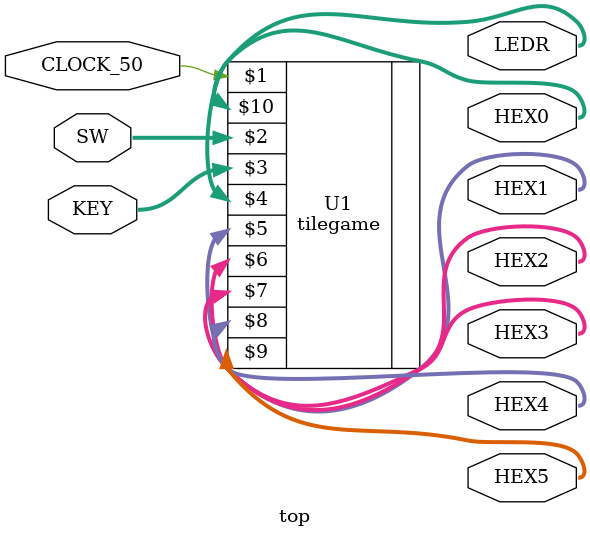
<source format=v>

module top (CLOCK_50, SW, KEY, HEX0, HEX1, HEX2, HEX3, HEX4, HEX5, LEDR);

    input CLOCK_50;             // DE-series 50 MHz clock signal
    input wire [9:0] SW;        // DE-series switches
    input wire [3:0] KEY;       // DE-series pushbuttons

    output wire [6:0] HEX0;     // DE-series HEX displays
    output wire [6:0] HEX1;
    output wire [6:0] HEX2;
    output wire [6:0] HEX3;
    output wire [6:0] HEX4;
    output wire [6:0] HEX5;

    output wire [9:0] LEDR;     // DE-series LEDs   

    tilegame U1 (CLOCK_50, SW, KEY, HEX0, HEX1, HEX2, HEX3, HEX4, HEX5, LEDR);

endmodule


</source>
